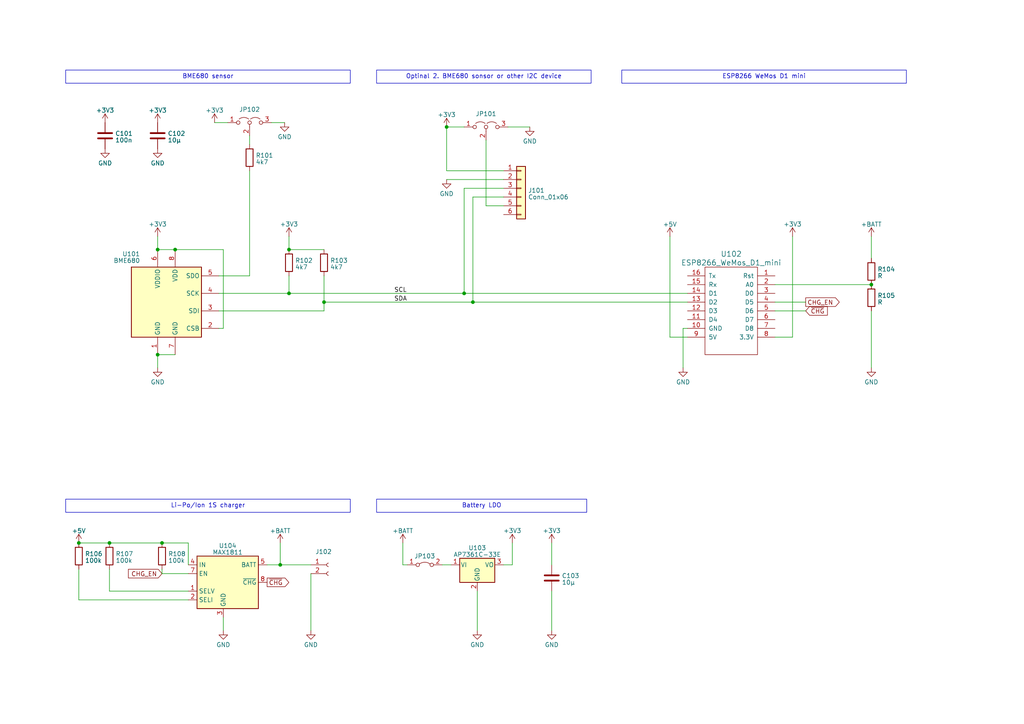
<source format=kicad_sch>
(kicad_sch (version 20230121) (generator eeschema)
  (paper "A4")
  (lib_symbols
    (symbol "Battery_Management:MAX1811"
      (property "Reference" "U" (at -7.62 8.89 0))
      (property "Value" "MAX1811" (at 10.16 8.89 0))
      (symbol "MAX1811_0_1"
        (rectangle (start -7.62 7.62) (end 10.16 -7.62) (stroke (width 0.254)) (fill (type background)))
      )
      (symbol "MAX1811_1_1"
        (pin input line (at -10.16 -2.54 0) (length 2.54) (name "SELV") (number "1"))
        (pin input line (at -10.16 -5.08 0) (length 2.54) (name "SELI") (number "2"))
        (pin power_in line (at 0 -10.16 90) (length 2.54) (name "GND") (number "3"))
        (pin power_in line (at -10.16 5.08 0) (length 2.54) (name "IN") (number "4"))
        (pin power_out line (at 12.7 5.08 180) (length 2.54) (name "BATT") (number "5"))
        (pin passive line (at 0 -10.16 90) (length 2.54) hide (name "GND") (number "6"))
        (pin input line (at -10.16 2.54 0) (length 2.54) (name "EN") (number "7"))
        (pin open_collector line (at 12.7 0 180) (length 2.54) (name "~{CHG}") (number "8"))
      )
    )
    (symbol "Connector:Conn_01x02_Socket" (pin_names (offset 1.016) hide)
      (property "Reference" "J" (at 0 2.54 0))
      (property "Value" "Conn_01x02_Socket" (at 0 -5.08 0))
      (symbol "Conn_01x02_Socket_1_1"
        (arc (start 0 -2.032) (mid -0.5058 -2.54) (end 0 -3.048) (stroke (width 0.1524)))
        (polyline (pts (xy -1.27 -2.54) (xy -0.508 -2.54)) (stroke (width 0.1524)))
        (polyline (pts (xy -1.27 0) (xy -0.508 0)) (stroke (width 0.1524)))
        (arc (start 0 0.508) (mid -0.5058 0) (end 0 -0.508) (stroke (width 0.1524)))
        (pin passive line (at -5.08 0 0) (length 3.81) (name "Pin_1") (number "1"))
        (pin passive line (at -5.08 -2.54 0) (length 3.81) (name "Pin_2") (number "2"))
      )
    )
    (symbol "Connector_Generic:Conn_01x06" (pin_names (offset 1.016) hide)
      (property "Reference" "J" (at 0 7.62 0))
      (property "Value" "Conn_01x06" (at 0 -10.16 0))
      (symbol "Conn_01x06_1_1"
        (rectangle (start -1.27 -7.493) (end 0 -7.747) (stroke (width 0.1524)))
        (rectangle (start -1.27 -4.953) (end 0 -5.207) (stroke (width 0.1524)))
        (rectangle (start -1.27 -2.413) (end 0 -2.667) (stroke (width 0.1524)))
        (rectangle (start -1.27 0.127) (end 0 -0.127) (stroke (width 0.1524)))
        (rectangle (start -1.27 2.667) (end 0 2.413) (stroke (width 0.1524)))
        (rectangle (start -1.27 5.207) (end 0 4.953) (stroke (width 0.1524)))
        (rectangle (start -1.27 6.35) (end 1.27 -8.89) (stroke (width 0.254)) (fill (type background)))
        (pin passive line (at -5.08 5.08 0) (length 3.81) (name "Pin_1") (number "1"))
        (pin passive line (at -5.08 2.54 0) (length 3.81) (name "Pin_2") (number "2"))
        (pin passive line (at -5.08 0 0) (length 3.81) (name "Pin_3") (number "3"))
        (pin passive line (at -5.08 -2.54 0) (length 3.81) (name "Pin_4") (number "4"))
        (pin passive line (at -5.08 -5.08 0) (length 3.81) (name "Pin_5") (number "5"))
        (pin passive line (at -5.08 -7.62 0) (length 3.81) (name "Pin_6") (number "6"))
      )
    )
    (symbol "Device:C" (pin_numbers hide) (pin_names (offset 0.254))
      (property "Reference" "C" (at 0.635 2.54 0))
      (property "Value" "C" (at 0.635 -2.54 0))
      (symbol "C_0_1"
        (polyline (pts (xy -2.032 -0.762) (xy 2.032 -0.762)) (stroke (width 0.508)))
        (polyline (pts (xy -2.032 0.762) (xy 2.032 0.762)) (stroke (width 0.508)))
      )
      (symbol "C_1_1"
        (pin passive line (at 0 3.81 270) (length 2.794) (name "~") (number "1"))
        (pin passive line (at 0 -3.81 90) (length 2.794) (name "~") (number "2"))
      )
    )
    (symbol "Device:R" (pin_numbers hide) (pin_names (offset 0))
      (property "Reference" "R" (at 2.032 0 90))
      (property "Value" "R" (at 0 0 90))
      (symbol "R_0_1"
        (rectangle (start -1.016 -2.54) (end 1.016 2.54) (stroke (width 0.254)))
      )
      (symbol "R_1_1"
        (pin passive line (at 0 3.81 270) (length 1.27) (name "~") (number "1"))
        (pin passive line (at 0 -3.81 90) (length 1.27) (name "~") (number "2"))
      )
    )
    (symbol "ESP8266:WeMos_D1_mini" (pin_names (offset 1.016))
      (property "Reference" "U" (at 0 12.7 0))
      (property "Value" "WeMos_D1_mini" (at 0 -12.7 0))
      (property "Datasheet" "http://www.wemos.cc/Products/d1_mini.html" (at 13.97 -17.78 0))
      (symbol "WeMos_D1_mini_0_1"
        (rectangle (start -7.62 11.43) (end 7.62 -13.97))
      )
      (symbol "WeMos_D1_mini_1_1"
        (pin bidirectional line (at -12.7 8.89 0) (length 5.08) (name "Rst") (number "1"))
        (pin power_in line (at 12.7 -6.35 180) (length 5.08) (name "GND") (number "10"))
        (pin bidirectional line (at 12.7 -3.81 180) (length 5.08) (name "D4") (number "11"))
        (pin bidirectional line (at 12.7 -1.27 180) (length 5.08) (name "D3") (number "12"))
        (pin bidirectional line (at 12.7 1.27 180) (length 5.08) (name "D2") (number "13"))
        (pin bidirectional line (at 12.7 3.81 180) (length 5.08) (name "D1") (number "14"))
        (pin bidirectional line (at 12.7 6.35 180) (length 5.08) (name "Rx") (number "15"))
        (pin bidirectional line (at 12.7 8.89 180) (length 5.08) (name "Tx") (number "16"))
        (pin bidirectional line (at -12.7 6.35 0) (length 5.08) (name "A0") (number "2"))
        (pin bidirectional line (at -12.7 3.81 0) (length 5.08) (name "D0") (number "3"))
        (pin bidirectional line (at -12.7 1.27 0) (length 5.08) (name "D5") (number "4"))
        (pin bidirectional line (at -12.7 -1.27 0) (length 5.08) (name "D6") (number "5"))
        (pin bidirectional line (at -12.7 -3.81 0) (length 5.08) (name "D7") (number "6"))
        (pin bidirectional line (at -12.7 -6.35 0) (length 5.08) (name "D8") (number "7"))
        (pin power_out line (at -12.7 -8.89 0) (length 5.08) (name "3.3V") (number "8"))
        (pin power_in line (at 12.7 -8.89 180) (length 5.08) (name "5V") (number "9"))
      )
    )
    (symbol "Jumper:Jumper_2_Bridged" (pin_names (offset 0) hide)
      (property "Reference" "JP" (at 0 1.905 0))
      (property "Value" "Jumper_2_Bridged" (at 0 -2.54 0))
      (symbol "Jumper_2_Bridged_0_0"
        (circle (center -2.032 0) (radius 0.508))
        (circle (center 2.032 0) (radius 0.508))
      )
      (symbol "Jumper_2_Bridged_0_1"
        (arc (start 1.524 0.254) (mid 0 0.762) (end -1.524 0.254))
      )
      (symbol "Jumper_2_Bridged_1_1"
        (pin passive line (at -5.08 0 0) (length 2.54) (name "A") (number "1"))
        (pin passive line (at 5.08 0 180) (length 2.54) (name "B") (number "2"))
      )
    )
    (symbol "Jumper:Jumper_3_Open" (pin_names (offset 0) hide)
      (property "Reference" "JP" (at -2.54 -2.54 0))
      (property "Value" "Jumper_3_Open" (at 0 2.794 0))
      (symbol "Jumper_3_Open_0_0"
        (circle (center -3.302 0) (radius 0.508))
        (circle (center 0 0) (radius 0.508))
        (circle (center 3.302 0) (radius 0.508))
      )
      (symbol "Jumper_3_Open_0_1"
        (arc (start -0.254 1.016) (mid -1.651 1.4992) (end -3.048 1.016))
        (polyline (pts (xy 0 -0.508) (xy 0 -1.27)))
        (arc (start 3.048 1.016) (mid 1.651 1.4992) (end 0.254 1.016))
      )
      (symbol "Jumper_3_Open_1_1"
        (pin passive line (at -6.35 0 0) (length 2.54) (name "A") (number "1"))
        (pin passive line (at 0 -3.81 90) (length 2.54) (name "C") (number "2"))
        (pin passive line (at 6.35 0 180) (length 2.54) (name "B") (number "3"))
      )
    )
    (symbol "Regulator_Linear:AP7361C-33E" (pin_names (offset 0.254))
      (property "Reference" "U" (at -3.81 3.175 0))
      (property "Value" "AP7361C-33E" (at 0 3.175 0))
      (symbol "AP7361C-33E_0_1"
        (rectangle (start -5.08 -5.08) (end 5.08 1.905) (stroke (width 0.254)) (fill (type background)))
      )
      (symbol "AP7361C-33E_1_1"
        (pin power_in line (at -7.62 0 0) (length 2.54) (name "VI") (number "1"))
        (pin power_in line (at 0 -7.62 90) (length 2.54) (name "GND") (number "2"))
        (pin power_out line (at 7.62 0 180) (length 2.54) (name "VO") (number "3"))
      )
    )
    (symbol "Sensor:BME680"
      (property "Reference" "U" (at -8.89 11.43 0))
      (property "Value" "BME680" (at 7.62 11.43 0))
      (symbol "BME680_0_1"
        (rectangle (start -10.16 10.16) (end 10.16 -10.16) (stroke (width 0.254)) (fill (type background)))
      )
      (symbol "BME680_1_1"
        (pin power_in line (at -2.54 -15.24 90) (length 5.08) (name "GND") (number "1"))
        (pin input line (at 15.24 -7.62 180) (length 5.08) (name "CSB") (number "2"))
        (pin bidirectional line (at 15.24 -2.54 180) (length 5.08) (name "SDI") (number "3"))
        (pin input line (at 15.24 2.54 180) (length 5.08) (name "SCK") (number "4"))
        (pin bidirectional line (at 15.24 7.62 180) (length 5.08) (name "SDO") (number "5"))
        (pin power_in line (at -2.54 15.24 270) (length 5.08) (name "VDDIO") (number "6"))
        (pin power_in line (at 2.54 -15.24 90) (length 5.08) (name "GND") (number "7"))
        (pin power_in line (at 2.54 15.24 270) (length 5.08) (name "VDD") (number "8"))
      )
    )
    (symbol "power:+3V3" (power) (pin_names (offset 0))
      (property "Value" "+3V3" (at 0 3.556 0))
      (symbol "+3V3_0_1"
        (polyline (pts (xy -0.762 1.27) (xy 0 2.54)))
        (polyline (pts (xy 0 0) (xy 0 2.54)))
        (polyline (pts (xy 0 2.54) (xy 0.762 1.27)))
      )
      (symbol "+3V3_1_1"
        (pin power_in line (at 0 0 90) (length 0) hide (name "+3V3") (number "1"))
      )
    )
    (symbol "power:+5V" (power) (pin_names (offset 0))
      (property "Value" "+5V" (at 0 3.556 0))
      (symbol "+5V_0_1"
        (polyline (pts (xy -0.762 1.27) (xy 0 2.54)))
        (polyline (pts (xy 0 0) (xy 0 2.54)))
        (polyline (pts (xy 0 2.54) (xy 0.762 1.27)))
      )
      (symbol "+5V_1_1"
        (pin power_in line (at 0 0 90) (length 0) hide (name "+5V") (number "1"))
      )
    )
    (symbol "power:+BATT" (power) (pin_names (offset 0))
      (property "Value" "+BATT" (at 0 3.556 0))
      (symbol "+BATT_0_1"
        (polyline (pts (xy -0.762 1.27) (xy 0 2.54)))
        (polyline (pts (xy 0 0) (xy 0 2.54)))
        (polyline (pts (xy 0 2.54) (xy 0.762 1.27)))
      )
      (symbol "+BATT_1_1"
        (pin power_in line (at 0 0 90) (length 0) hide (name "+BATT") (number "1"))
      )
    )
    (symbol "power:GND" (power) (pin_names (offset 0))
      (property "Value" "GND" (at 0 -3.81 0))
      (symbol "GND_0_1"
        (polyline (pts (xy 0 0) (xy 0 -1.27) (xy 1.27 -1.27) (xy 0 -2.54) (xy -1.27 -1.27) (xy 0 -1.27)))
      )
      (symbol "GND_1_1"
        (pin power_in line (at 0 0 270) (length 0) hide (name "GND") (number "1"))
      )
    )
  )
  (junction (at 46.99 157.48))
  (junction (at 50.8 72.39))
  (junction (at 22.86 157.48))
  (junction (at 137.16 87.63))
  (junction (at 129.54 36.83))
  (junction (at 134.62 85.09))
  (junction (at 81.28 163.83))
  (junction (at 45.72 102.87))
  (junction (at 31.75 157.48))
  (junction (at 45.72 72.39))
  (junction (at 252.73 82.55))
  (junction (at 83.82 72.39))
  (junction (at 83.82 85.09))
  (junction (at 93.98 87.63))
  (wire (pts (xy 224.79 90.17) (xy 233.68 90.17)))
  (wire (pts (xy 83.82 85.09) (xy 134.62 85.09)))
  (wire (pts (xy 194.31 97.79) (xy 199.39 97.79)))
  (wire (pts (xy 77.47 163.83) (xy 81.28 163.83)))
  (wire (pts (xy 116.84 157.48) (xy 116.84 163.83)))
  (wire (pts (xy 229.87 68.58) (xy 229.87 97.79)))
  (wire (pts (xy 229.87 97.79) (xy 224.79 97.79)))
  (wire (pts (xy 81.28 157.48) (xy 81.28 163.83)))
  (wire (pts (xy 93.98 87.63) (xy 137.16 87.63)))
  (wire (pts (xy 146.05 59.69) (xy 140.97 59.69)))
  (wire (pts (xy 45.72 68.58) (xy 45.72 72.39)))
  (wire (pts (xy 160.02 182.88) (xy 160.02 171.45)))
  (wire (pts (xy 128.27 163.83) (xy 130.81 163.83)))
  (wire (pts (xy 45.72 102.87) (xy 50.8 102.87)))
  (wire (pts (xy 72.39 39.37) (xy 72.39 41.91)))
  (wire (pts (xy 252.73 68.58) (xy 252.73 74.93)))
  (wire (pts (xy 72.39 80.01) (xy 72.39 49.53)))
  (wire (pts (xy 63.5 85.09) (xy 83.82 85.09)))
  (wire (pts (xy 160.02 157.48) (xy 160.02 163.83)))
  (wire (pts (xy 45.72 72.39) (xy 50.8 72.39)))
  (wire (pts (xy 90.17 166.37) (xy 90.17 182.88)))
  (wire (pts (xy 83.82 72.39) (xy 93.98 72.39)))
  (wire (pts (xy 146.05 52.07) (xy 129.54 52.07)))
  (wire (pts (xy 46.99 166.37) (xy 46.99 165.1)))
  (wire (pts (xy 54.61 166.37) (xy 46.99 166.37)))
  (wire (pts (xy 93.98 80.01) (xy 93.98 87.63)))
  (wire (pts (xy 64.77 179.07) (xy 64.77 182.88)))
  (wire (pts (xy 134.62 85.09) (xy 134.62 54.61)))
  (wire (pts (xy 54.61 157.48) (xy 54.61 163.83)))
  (wire (pts (xy 62.23 35.56) (xy 66.04 35.56)))
  (wire (pts (xy 224.79 82.55) (xy 252.73 82.55)))
  (wire (pts (xy 148.59 157.48) (xy 148.59 163.83)))
  (wire (pts (xy 46.99 157.48) (xy 54.61 157.48)))
  (wire (pts (xy 129.54 36.83) (xy 129.54 49.53)))
  (wire (pts (xy 63.5 95.25) (xy 64.77 95.25)))
  (wire (pts (xy 31.75 157.48) (xy 46.99 157.48)))
  (wire (pts (xy 45.72 102.87) (xy 45.72 106.68)))
  (wire (pts (xy 148.59 163.83) (xy 146.05 163.83)))
  (wire (pts (xy 146.05 57.15) (xy 137.16 57.15)))
  (wire (pts (xy 252.73 106.68) (xy 252.73 90.17)))
  (wire (pts (xy 78.74 35.56) (xy 82.55 35.56)))
  (wire (pts (xy 22.86 157.48) (xy 31.75 157.48)))
  (wire (pts (xy 147.32 36.83) (xy 153.67 36.83)))
  (wire (pts (xy 31.75 165.1) (xy 31.75 171.45)))
  (wire (pts (xy 140.97 59.69) (xy 140.97 40.64)))
  (wire (pts (xy 81.28 163.83) (xy 90.17 163.83)))
  (wire (pts (xy 116.84 163.83) (xy 118.11 163.83)))
  (wire (pts (xy 134.62 85.09) (xy 199.39 85.09)))
  (wire (pts (xy 83.82 80.01) (xy 83.82 85.09)))
  (wire (pts (xy 83.82 68.58) (xy 83.82 72.39)))
  (wire (pts (xy 194.31 68.58) (xy 194.31 97.79)))
  (wire (pts (xy 198.12 95.25) (xy 198.12 106.68)))
  (wire (pts (xy 137.16 87.63) (xy 199.39 87.63)))
  (wire (pts (xy 64.77 95.25) (xy 64.77 72.39)))
  (wire (pts (xy 22.86 165.1) (xy 22.86 173.99)))
  (wire (pts (xy 64.77 72.39) (xy 50.8 72.39)))
  (wire (pts (xy 93.98 90.17) (xy 93.98 87.63)))
  (wire (pts (xy 198.12 95.25) (xy 199.39 95.25)))
  (wire (pts (xy 134.62 54.61) (xy 146.05 54.61)))
  (wire (pts (xy 22.86 173.99) (xy 54.61 173.99)))
  (wire (pts (xy 129.54 36.83) (xy 134.62 36.83)))
  (wire (pts (xy 129.54 49.53) (xy 146.05 49.53)))
  (wire (pts (xy 137.16 57.15) (xy 137.16 87.63)))
  (wire (pts (xy 63.5 90.17) (xy 93.98 90.17)))
  (wire (pts (xy 63.5 80.01) (xy 72.39 80.01)))
  (wire (pts (xy 31.75 171.45) (xy 54.61 171.45)))
  (wire (pts (xy 224.79 87.63) (xy 233.68 87.63)))
  (wire (pts (xy 138.43 182.88) (xy 138.43 171.45)))
  (text_box "Li-Po/Ion 1S charger" (at 19.05 144.78 0) (size 82.55 3.81) (effects (font (size 1.27 1.27)) (justify top)))
  (text_box "Optinal 2. BME680 sonsor or other I2C device" (at 109.22 20.32 0) (size 62.23 3.81) (effects (font (size 1.27 1.27)) (justify top)))
  (text_box "Battery LDO\n" (at 109.22 144.78 0) (size 60.96 3.81) (effects (font (size 1.27 1.27)) (justify top)))
  (text_box "BME680 sensor" (at 19.05 20.32 0) (size 82.55 3.81) (effects (font (size 1.27 1.27)) (justify top)))
  (text_box "ESP8266 WeMos D1 mini" (at 180.34 20.32 0) (size 82.55 3.81) (effects (font (size 1.27 1.27)) (justify top)))
  (label "SDA" (at 114.3 87.63 0))
  (label "SCL" (at 114.3 85.09 0))
  (global_label "~{CHG}" (shape input) (at 233.68 90.17 0) (property "Intersheetrefs" "${INTERSHEET_REFS}" (effects hide)))
  (global_label "~{CHG}" (shape output) (at 77.47 168.91 0) (property "Intersheetrefs" "${INTERSHEET_REFS}" (effects hide)))
  (global_label "CHG_EN" (shape output) (at 233.68 87.63 0) (property "Intersheetrefs" "${INTERSHEET_REFS}" (effects hide)))
  (global_label "CHG_EN" (shape input) (at 46.99 166.37 180) (property "Intersheetrefs" "${INTERSHEET_REFS}" (effects hide)))
  (symbol (lib_id "Device:R") (at 252.73 86.36 0) (unit 1)
    (property "Reference" "R105" (at 254.508 85.7163 0) (effects (justify left)))
    (property "Value" "R" (at 254.508 87.6373 0) (effects (justify left)))
    (property "Footprint" "Resistor_SMD:R_0805_2012Metric_Pad1.20x1.40mm_HandSolder" (effects hide))
  )
  (symbol (lib_id "power:GND") (at 45.72 106.68 0) (unit 1)
    (property "Reference" "#PWR0117" (effects hide))
    (property "Value" "GND" (at 45.72 110.8155 0))
  )
  (symbol (lib_id "Device:R") (at 22.86 161.29 0) (unit 1)
    (property "Reference" "R106" (at 24.638 160.6463 0) (effects (justify left)))
    (property "Value" "100k" (at 24.638 162.5673 0) (effects (justify left)))
    (property "Footprint" "Resistor_SMD:R_0805_2012Metric_Pad1.20x1.40mm_HandSolder" (effects hide))
  )
  (symbol (lib_id "Device:R") (at 93.98 76.2 0) (unit 1)
    (property "Reference" "R103" (at 95.758 75.5563 0) (effects (justify left)))
    (property "Value" "4k7" (at 95.758 77.4773 0) (effects (justify left)))
    (property "Footprint" "Resistor_SMD:R_0805_2012Metric_Pad1.20x1.40mm_HandSolder" (effects hide))
  )
  (symbol (lib_id "Device:R") (at 83.82 76.2 0) (unit 1)
    (property "Reference" "R102" (at 85.598 75.5563 0) (effects (justify left)))
    (property "Value" "4k7" (at 85.598 77.4773 0) (effects (justify left)))
    (property "Footprint" "Resistor_SMD:R_0805_2012Metric_Pad1.20x1.40mm_HandSolder" (effects hide))
  )
  (symbol (lib_id "power:GND") (at 138.43 182.88 0) (unit 1)
    (property "Reference" "#PWR0122" (effects hide))
    (property "Value" "GND" (at 138.43 187.0155 0))
  )
  (symbol (lib_id "power:GND") (at 90.17 182.88 0) (unit 1)
    (property "Reference" "#PWR0124" (effects hide))
    (property "Value" "GND" (at 90.17 187.0155 0))
  )
  (symbol (lib_id "power:+3V3") (at 83.82 68.58 0) (unit 1)
    (property "Reference" "#PWR0110" (effects hide))
    (property "Value" "+3V3" (at 83.82 65.024 0))
  )
  (symbol (lib_id "power:+3V3") (at 229.87 68.58 0) (mirror y) (unit 1)
    (property "Reference" "#PWR0115" (effects hide))
    (property "Value" "+3V3" (at 229.87 65.024 0))
  )
  (symbol (lib_id "Connector:Conn_01x02_Socket") (at 95.25 163.83 0) (unit 1)
    (property "Reference" "J102" (at 91.44 160.02 0) (effects (justify left)))
    (property "Value" "Conn_01x02_Socket" (effects hide))
    (property "Footprint" "Connector_PinHeader_2.54mm:PinHeader_1x02_P2.54mm_Vertical" (effects hide))
  )
  (symbol (lib_id "power:GND") (at 129.54 52.07 0) (unit 1)
    (property "Reference" "#PWR0109" (effects hide))
    (property "Value" "GND" (at 129.54 56.2055 0))
  )
  (symbol (lib_id "power:+3V3") (at 160.02 157.48 0) (unit 1)
    (property "Reference" "#PWR0125" (effects hide))
    (property "Value" "+3V3" (at 160.02 153.924 0))
  )
  (symbol (lib_id "power:GND") (at 64.77 182.88 0) (unit 1)
    (property "Reference" "#PWR0123" (effects hide))
    (property "Value" "GND" (at 64.77 187.0155 0))
  )
  (symbol (lib_id "power:+3V3") (at 45.72 35.56 0) (unit 1)
    (property "Reference" "#PWR0104" (effects hide))
    (property "Value" "+3V3" (at 45.72 32.004 0))
  )
  (symbol (lib_id "power:+5V") (at 194.31 68.58 0) (unit 1)
    (property "Reference" "#PWR0114" (effects hide))
    (property "Value" "+5V" (at 194.31 65.0781 0))
  )
  (symbol (lib_id "power:GND") (at 160.02 182.88 0) (unit 1)
    (property "Reference" "#PWR0126" (effects hide))
    (property "Value" "GND" (at 160.02 187.0155 0))
  )
  (symbol (lib_id "Battery_Management:MAX1811") (at 64.77 168.91 0) (unit 1)
    (property "Reference" "U104" (at 66.04 158.2801 0))
    (property "Value" "MAX1811" (at 66.04 160.2011 0))
    (property "Footprint" "Package_SO:SOIC-8_3.9x4.9mm_P1.27mm" (effects hide))
    (property "Datasheet" "https://datasheets.maximintegrated.com/en/ds/MAX1811.pdf" (effects hide))
  )
  (symbol (lib_id "ESP8266:WeMos_D1_mini") (at 212.09 88.9 0) (mirror y) (unit 1)
    (property "Reference" "U102" (at 212.09 73.66 0) (effects (font (size 1.524 1.524))))
    (property "Value" "ESP8266_WeMos_D1_mini" (at 212.09 76.2 0) (effects (font (size 1.524 1.524))))
    (property "Footprint" "ESP8266:wemos-d1-mini-connectors-only" (effects hide))
    (property "Datasheet" "http://www.wemos.cc/Products/d1_mini.html" (effects hide))
  )
  (symbol (lib_id "Sensor:BME680") (at 48.26 87.63 0) (unit 1)
    (property "Reference" "U101" (at 40.64 73.66 0) (effects (justify right)))
    (property "Value" "BME680" (at 40.64 75.581 0) (effects (justify right)))
    (property "Footprint" "Package_LGA:Bosch_LGA-8_3x3mm_P0.8mm_ClockwisePinNumbering" (effects hide))
    (property "Datasheet" "https://ae-bst.resource.bosch.com/media/_tech/media/datasheets/BST-BME680-DS001.pdf" (effects hide))
  )
  (symbol (lib_id "power:GND") (at 45.72 43.18 0) (unit 1)
    (property "Reference" "#PWR0108" (effects hide))
    (property "Value" "GND" (at 45.72 47.3155 0))
  )
  (symbol (lib_id "power:+5V") (at 22.86 157.48 0) (unit 1)
    (property "Reference" "#PWR0118" (effects hide))
    (property "Value" "+5V" (at 22.86 153.9781 0))
  )
  (symbol (lib_id "power:GND") (at 252.73 106.68 0) (mirror y) (unit 1)
    (property "Reference" "#PWR0113" (effects hide))
    (property "Value" "GND" (at 252.73 110.8155 0))
  )
  (symbol (lib_id "Jumper:Jumper_2_Bridged") (at 123.19 163.83 0) (unit 1)
    (property "Reference" "JP103" (at 123.19 161.29 0))
    (property "Value" "Jumper_2_Bridged" (effects hide))
    (property "Footprint" "Connector_PinHeader_2.54mm:PinHeader_1x02_P2.54mm_Vertical" (effects hide))
  )
  (symbol (lib_id "power:+3V3") (at 129.54 36.83 0) (unit 1)
    (property "Reference" "#PWR0101" (effects hide))
    (property "Value" "+3V3" (at 129.54 33.274 0))
  )
  (symbol (lib_id "power:+3V3") (at 148.59 157.48 0) (mirror y) (unit 1)
    (property "Reference" "#PWR0121" (effects hide))
    (property "Value" "+3V3" (at 148.59 153.924 0))
  )
  (symbol (lib_id "power:+BATT") (at 252.73 68.58 0) (unit 1)
    (property "Reference" "#PWR0112" (effects hide))
    (property "Value" "+BATT" (at 252.73 65.0781 0))
  )
  (symbol (lib_id "power:+BATT") (at 116.84 157.48 0) (unit 1)
    (property "Reference" "#PWR0120" (effects hide))
    (property "Value" "+BATT" (at 116.84 153.9781 0))
  )
  (symbol (lib_id "Device:C") (at 45.72 39.37 0) (unit 1)
    (property "Reference" "C102" (at 48.641 38.7263 0) (effects (justify left)))
    (property "Value" "10µ" (at 48.641 40.6473 0) (effects (justify left)))
    (property "Footprint" "Capacitor_SMD:C_0805_2012Metric_Pad1.18x1.45mm_HandSolder" (effects hide))
  )
  (symbol (lib_id "Jumper:Jumper_3_Open") (at 140.97 36.83 0) (unit 1)
    (property "Reference" "JP101" (at 140.97 33.02 0))
    (property "Value" "Jumper_3_Open" (effects hide))
    (property "Footprint" "Jumper:SolderJumper-3_P1.3mm_Open_Pad1.0x1.5mm" (effects hide))
  )
  (symbol (lib_id "power:GND") (at 198.12 106.68 0) (mirror y) (unit 1)
    (property "Reference" "#PWR0116" (effects hide))
    (property "Value" "GND" (at 198.12 110.8155 0))
  )
  (symbol (lib_id "Device:R") (at 252.73 78.74 0) (unit 1)
    (property "Reference" "R104" (at 254.508 78.0963 0) (effects (justify left)))
    (property "Value" "R" (at 254.508 80.0173 0) (effects (justify left)))
    (property "Footprint" "Resistor_SMD:R_0805_2012Metric_Pad1.20x1.40mm_HandSolder" (effects hide))
  )
  (symbol (lib_id "Connector_Generic:Conn_01x06") (at 151.13 54.61 0) (unit 1)
    (property "Reference" "J101" (at 153.162 55.2363 0) (effects (justify left)))
    (property "Value" "Conn_01x06" (at 153.162 57.1573 0) (effects (justify left)))
    (property "Footprint" "Connector_PinHeader_2.54mm:PinHeader_1x06_P2.54mm_Vertical" (effects hide))
  )
  (symbol (lib_id "power:+3V3") (at 45.72 68.58 0) (unit 1)
    (property "Reference" "#PWR0111" (effects hide))
    (property "Value" "+3V3" (at 45.72 65.024 0))
  )
  (symbol (lib_id "Device:R") (at 72.39 45.72 0) (unit 1)
    (property "Reference" "R101" (at 74.168 45.0763 0) (effects (justify left)))
    (property "Value" "4k7" (at 74.168 46.9973 0) (effects (justify left)))
    (property "Footprint" "Resistor_SMD:R_0805_2012Metric_Pad1.20x1.40mm_HandSolder" (effects hide))
  )
  (symbol (lib_id "Device:R") (at 46.99 161.29 0) (unit 1)
    (property "Reference" "R108" (at 48.768 160.6463 0) (effects (justify left)))
    (property "Value" "100k" (at 48.768 162.5673 0) (effects (justify left)))
    (property "Footprint" "Resistor_SMD:R_0805_2012Metric_Pad1.20x1.40mm_HandSolder" (effects hide))
  )
  (symbol (lib_id "Device:C") (at 160.02 167.64 0) (unit 1)
    (property "Reference" "C103" (at 162.941 166.9963 0) (effects (justify left)))
    (property "Value" "10µ" (at 162.941 168.9173 0) (effects (justify left)))
    (property "Footprint" "Capacitor_SMD:C_0805_2012Metric_Pad1.18x1.45mm_HandSolder" (effects hide))
  )
  (symbol (lib_id "Device:R") (at 31.75 161.29 0) (unit 1)
    (property "Reference" "R107" (at 33.528 160.6463 0) (effects (justify left)))
    (property "Value" "100k" (at 33.528 162.5673 0) (effects (justify left)))
    (property "Footprint" "Resistor_SMD:R_0805_2012Metric_Pad1.20x1.40mm_HandSolder" (effects hide))
  )
  (symbol (lib_id "power:+3V3") (at 30.48 35.56 0) (unit 1)
    (property "Reference" "#PWR0103" (effects hide))
    (property "Value" "+3V3" (at 30.48 32.004 0))
  )
  (symbol (lib_id "power:+BATT") (at 81.28 157.48 0) (unit 1)
    (property "Reference" "#PWR0119" (effects hide))
    (property "Value" "+BATT" (at 81.28 153.9781 0))
  )
  (symbol (lib_id "power:GND") (at 82.55 35.56 0) (unit 1)
    (property "Reference" "#PWR0106" (effects hide))
    (property "Value" "GND" (at 82.55 39.6955 0))
  )
  (symbol (lib_id "power:+3V3") (at 62.23 35.56 0) (unit 1)
    (property "Reference" "#PWR0105" (effects hide))
    (property "Value" "+3V3" (at 62.23 32.004 0))
  )
  (symbol (lib_id "power:GND") (at 153.67 36.83 0) (unit 1)
    (property "Reference" "#PWR0102" (effects hide))
    (property "Value" "GND" (at 153.67 40.9655 0))
  )
  (symbol (lib_id "Device:C") (at 30.48 39.37 0) (unit 1)
    (property "Reference" "C101" (at 33.401 38.7263 0) (effects (justify left)))
    (property "Value" "100n" (at 33.401 40.6473 0) (effects (justify left)))
    (property "Footprint" "Capacitor_SMD:C_0805_2012Metric_Pad1.18x1.45mm_HandSolder" (effects hide))
  )
  (symbol (lib_id "Jumper:Jumper_3_Open") (at 72.39 35.56 0) (unit 1)
    (property "Reference" "JP102" (at 72.39 31.75 0))
    (property "Value" "Jumper_3_Open" (effects hide))
    (property "Footprint" "Jumper:SolderJumper-3_P1.3mm_Open_Pad1.0x1.5mm" (effects hide))
  )
  (symbol (lib_id "power:GND") (at 30.48 43.18 0) (unit 1)
    (property "Reference" "#PWR0107" (effects hide))
    (property "Value" "GND" (at 30.48 47.3155 0))
  )
  (symbol (lib_id "Regulator_Linear:AP7361C-33E") (at 138.43 163.83 0) (unit 1)
    (property "Reference" "U103" (at 138.43 158.9151 0))
    (property "Value" "AP7361C-33E" (at 138.43 160.8361 0))
    (property "Footprint" "Package_TO_SOT_SMD:SOT-89-5_Handsoldering" (effects hide))
    (property "Datasheet" "https://www.diodes.com/assets/Datasheets/AP7361C.pdf" (effects hide))
  )
)
</source>
